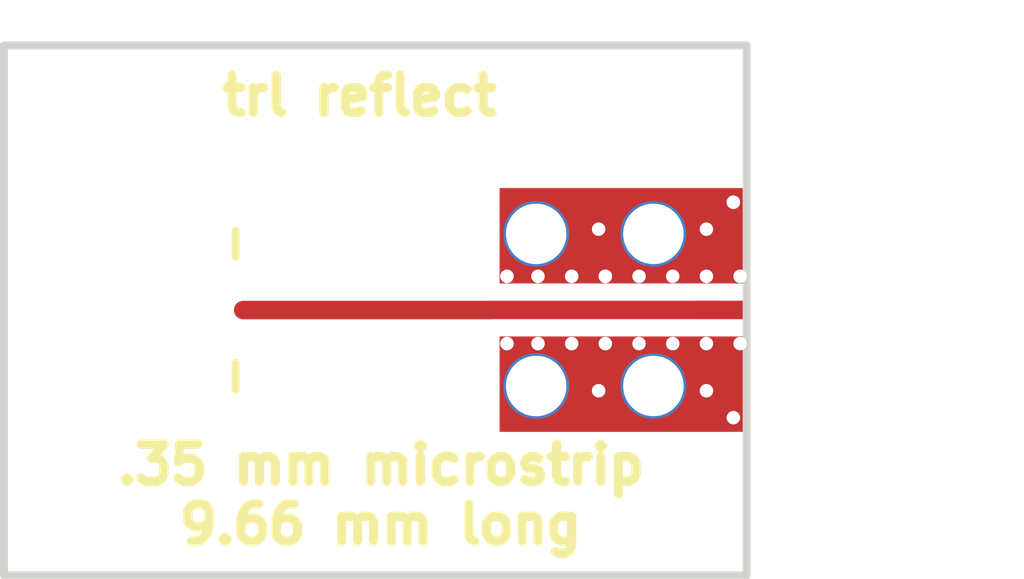
<source format=kicad_pcb>
(kicad_pcb (version 4) (host pcbnew 4.0.6)

  (general
    (links 29)
    (no_connects 0)
    (area 108.174999 83.993 127.577524 95.050001)
    (thickness 1.6)
    (drawings 7)
    (tracks 3)
    (zones 0)
    (modules 1)
    (nets 2)
  )

  (page A4)
  (layers
    (0 F.Cu signal)
    (1 In1.Cu signal)
    (2 In2.Cu signal)
    (31 B.Cu signal)
    (32 B.Adhes user)
    (33 F.Adhes user)
    (34 B.Paste user)
    (35 F.Paste user)
    (36 B.SilkS user)
    (37 F.SilkS user)
    (38 B.Mask user)
    (39 F.Mask user)
    (40 Dwgs.User user)
    (41 Cmts.User user)
    (42 Eco1.User user)
    (43 Eco2.User user)
    (44 Edge.Cuts user)
    (45 Margin user)
    (46 B.CrtYd user)
    (47 F.CrtYd user)
    (48 B.Fab user)
    (49 F.Fab user)
  )

  (setup
    (last_trace_width 0.25)
    (user_trace_width 0.35)
    (trace_clearance 0.2)
    (zone_clearance 0.1)
    (zone_45_only no)
    (trace_min 0.2)
    (segment_width 0.2)
    (edge_width 0.15)
    (via_size 0.6)
    (via_drill 0.4)
    (via_min_size 0.4)
    (via_min_drill 0.3)
    (uvia_size 0.3)
    (uvia_drill 0.1)
    (uvias_allowed no)
    (uvia_min_size 0.2)
    (uvia_min_drill 0.1)
    (pcb_text_width 0.3)
    (pcb_text_size 1.5 1.5)
    (mod_edge_width 0.15)
    (mod_text_size 1 1)
    (mod_text_width 0.15)
    (pad_size 1.524 1.524)
    (pad_drill 0.762)
    (pad_to_mask_clearance 0.05)
    (aux_axis_origin 0 0)
    (visible_elements FFFEFF7F)
    (pcbplotparams
      (layerselection 0x00030_80000001)
      (usegerberextensions false)
      (excludeedgelayer true)
      (linewidth 0.100000)
      (plotframeref false)
      (viasonmask false)
      (mode 1)
      (useauxorigin false)
      (hpglpennumber 1)
      (hpglpenspeed 20)
      (hpglpendiameter 15)
      (hpglpenoverlay 2)
      (psnegative false)
      (psa4output false)
      (plotreference true)
      (plotvalue true)
      (plotinvisibletext false)
      (padsonsilk false)
      (subtractmaskfromsilk false)
      (outputformat 1)
      (mirror false)
      (drillshape 1)
      (scaleselection 1)
      (outputdirectory ""))
  )

  (net 0 "")
  (net 1 GND)

  (net_class Default "This is the default net class."
    (clearance 0.2)
    (trace_width 0.25)
    (via_dia 0.6)
    (via_drill 0.4)
    (uvia_dia 0.3)
    (uvia_drill 0.1)
    (add_net GND)
  )

  (module vna_footprints:SMA_901-10512_6p7MIL_FR408_CPW_LAUNCH (layer F.Cu) (tedit 59B4A550) (tstamp 59B4A445)
    (at 119.968 89.968)
    (path /59B47D70)
    (fp_text reference U101 (at -0.25 -3.1) (layer F.SilkS) hide
      (effects (font (size 1 1) (thickness 0.15)))
    )
    (fp_text value CONN_SMA_2GND (at 1.1 -5) (layer F.Fab)
      (effects (font (size 1 1) (thickness 0.15)))
    )
    (fp_line (start -7.35 -1) (end -7.35 -1.5) (layer F.SilkS) (width 0.15))
    (fp_line (start -7.35 1.5) (end -7.35 1) (layer F.SilkS) (width 0.15))
    (pad 2 thru_hole circle (at -1.685 -1.435) (size 1.24 1.24) (drill 1.14) (layers *.Cu *.Mask)
      (net 1 GND))
    (pad 2 thru_hole circle (at 0.525 -1.435) (size 1.24 1.24) (drill 1.14) (layers *.Cu *.Mask)
      (net 1 GND))
    (pad 3 thru_hole circle (at 0.525 1.435) (size 1.24 1.24) (drill 1.14) (layers *.Cu *.Mask)
      (net 1 GND))
    (pad 3 thru_hole circle (at -1.685 1.435) (size 1.24 1.24) (drill 1.14) (layers *.Cu *.Mask)
      (net 1 GND))
    (pad 1 smd rect (at 1.8 0) (size 0.95 0.35) (layers F.Cu F.Paste F.Mask))
    (pad 2 smd rect (at -0.05 -1.4) (size 4.65 1.8) (layers F.Cu F.Paste F.Mask)
      (net 1 GND))
    (pad 3 smd rect (at -0.05 1.4) (size 4.65 1.8) (layers F.Cu F.Paste F.Mask)
      (net 1 GND))
    (pad 2 thru_hole circle (at 0.254 -0.635) (size 0.254 0.254) (drill 0.254) (layers *.Cu *.Mask)
      (net 1 GND))
    (pad 2 thru_hole circle (at -1.651 -0.635) (size 0.254 0.254) (drill 0.254) (layers *.Cu *.Mask)
      (net 1 GND))
    (pad 2 thru_hole circle (at -2.2352 -0.635) (size 0.254 0.254) (drill 0.254) (layers *.Cu *.Mask)
      (net 1 GND))
    (pad 2 thru_hole circle (at -1.016 -0.635) (size 0.254 0.254) (drill 0.254) (layers *.Cu *.Mask)
      (net 1 GND))
    (pad 2 thru_hole circle (at -0.381 -0.635) (size 0.254 0.254) (drill 0.254) (layers *.Cu *.Mask)
      (net 1 GND))
    (pad 2 thru_hole circle (at 0.889 -0.635) (size 0.254 0.254) (drill 0.254) (layers *.Cu *.Mask)
      (net 1 GND))
    (pad 2 thru_hole circle (at 1.524 -0.635) (size 0.254 0.254) (drill 0.254) (layers *.Cu *.Mask)
      (net 1 GND))
    (pad 2 thru_hole circle (at 2.159 -0.635) (size 0.254 0.254) (drill 0.254) (layers *.Cu *.Mask)
      (net 1 GND))
    (pad 2 thru_hole circle (at 2.159 0.635) (size 0.254 0.254) (drill 0.254) (layers *.Cu *.Mask)
      (net 1 GND))
    (pad 2 thru_hole circle (at 1.524 0.635) (size 0.254 0.254) (drill 0.254) (layers *.Cu *.Mask)
      (net 1 GND))
    (pad 2 thru_hole circle (at 0.889 0.635) (size 0.254 0.254) (drill 0.254) (layers *.Cu *.Mask)
      (net 1 GND))
    (pad 2 thru_hole circle (at 0.254 0.635) (size 0.254 0.254) (drill 0.254) (layers *.Cu *.Mask)
      (net 1 GND))
    (pad 2 thru_hole circle (at -0.381 0.635) (size 0.254 0.254) (drill 0.254) (layers *.Cu *.Mask)
      (net 1 GND))
    (pad 2 thru_hole circle (at -1.016 0.635) (size 0.254 0.254) (drill 0.254) (layers *.Cu *.Mask)
      (net 1 GND))
    (pad 2 thru_hole circle (at -1.651 0.635) (size 0.254 0.254) (drill 0.254) (layers *.Cu *.Mask)
      (net 1 GND))
    (pad 2 thru_hole circle (at -2.2352 0.635) (size 0.254 0.254) (drill 0.254) (layers *.Cu *.Mask)
      (net 1 GND))
    (pad 2 thru_hole circle (at -0.381 -0.635) (size 0.254 0.254) (drill 0.254) (layers *.Cu *.Mask)
      (net 1 GND))
    (pad 2 thru_hole circle (at -0.508 -1.524) (size 0.254 0.254) (drill 0.254) (layers *.Cu *.Mask)
      (net 1 GND))
    (pad 2 thru_hole circle (at 1.524 -1.524) (size 0.254 0.254) (drill 0.254) (layers *.Cu *.Mask)
      (net 1 GND))
    (pad 2 thru_hole circle (at 1.524 1.524) (size 0.254 0.254) (drill 0.254) (layers *.Cu *.Mask)
      (net 1 GND))
    (pad 2 thru_hole circle (at -0.508 1.524) (size 0.254 0.254) (drill 0.254) (layers *.Cu *.Mask)
      (net 1 GND))
    (pad 2 thru_hole circle (at 2.032 2.032) (size 0.254 0.254) (drill 0.254) (layers *.Cu *.Mask)
      (net 1 GND))
    (pad 2 thru_hole circle (at 2.032 -2.032) (size 0.254 0.254) (drill 0.254) (layers *.Cu *.Mask)
      (net 1 GND))
    (pad 2 thru_hole circle (at 2.032 -2.032) (size 0.254 0.254) (drill 0.254) (layers *.Cu *.Mask)
      (net 1 GND))
  )

  (gr_text "trl reflect" (at 114.95 85.925) (layer F.SilkS) (tstamp 59B4A59A)
    (effects (font (size 0.7 0.7) (thickness 0.175)))
  )
  (gr_text ".35 mm microstrip\n9.66 mm long" (at 115.35 93.45) (layer F.SilkS)
    (effects (font (size 0.7 0.7) (thickness 0.175)))
  )
  (gr_line (start 108.25 84.975) (end 122.25 84.975) (layer Edge.Cuts) (width 0.15))
  (gr_line (start 108.25 94.975) (end 108.25 84.975) (layer Edge.Cuts) (width 0.15))
  (gr_line (start 122.25 94.975) (end 108.25 94.975) (layer Edge.Cuts) (width 0.15))
  (gr_line (start 122.25 89.975) (end 122.25 94.975) (layer Edge.Cuts) (width 0.15))
  (gr_line (start 122.25 89.975) (end 122.25 84.975) (layer Edge.Cuts) (width 0.15))

  (segment (start 117.415998 89.97) (end 112.76 89.97) (width 0.35) (layer F.Cu) (net 0))
  (segment (start 121.768 89.968) (end 117.417998 89.968) (width 0.35) (layer F.Cu) (net 0))
  (segment (start 117.417998 89.968) (end 117.415998 89.97) (width 0.35) (layer F.Cu) (net 0))

  (zone (net 1) (net_name GND) (layer In1.Cu) (tstamp 0) (hatch edge 0.508)
    (connect_pads yes (clearance 0.1))
    (min_thickness 0.254)
    (fill yes (arc_segments 16) (thermal_gap 0.508) (thermal_bridge_width 0.508))
    (polygon
      (pts
        (xy 122.25 84.975) (xy 122.25 94.975) (xy 108.25 94.975) (xy 108.25 85)
      )
    )
    (filled_polygon
      (pts
        (xy 121.948 94.673) (xy 108.552 94.673) (xy 108.552 85.277) (xy 121.948 85.277)
      )
    )
  )
)

</source>
